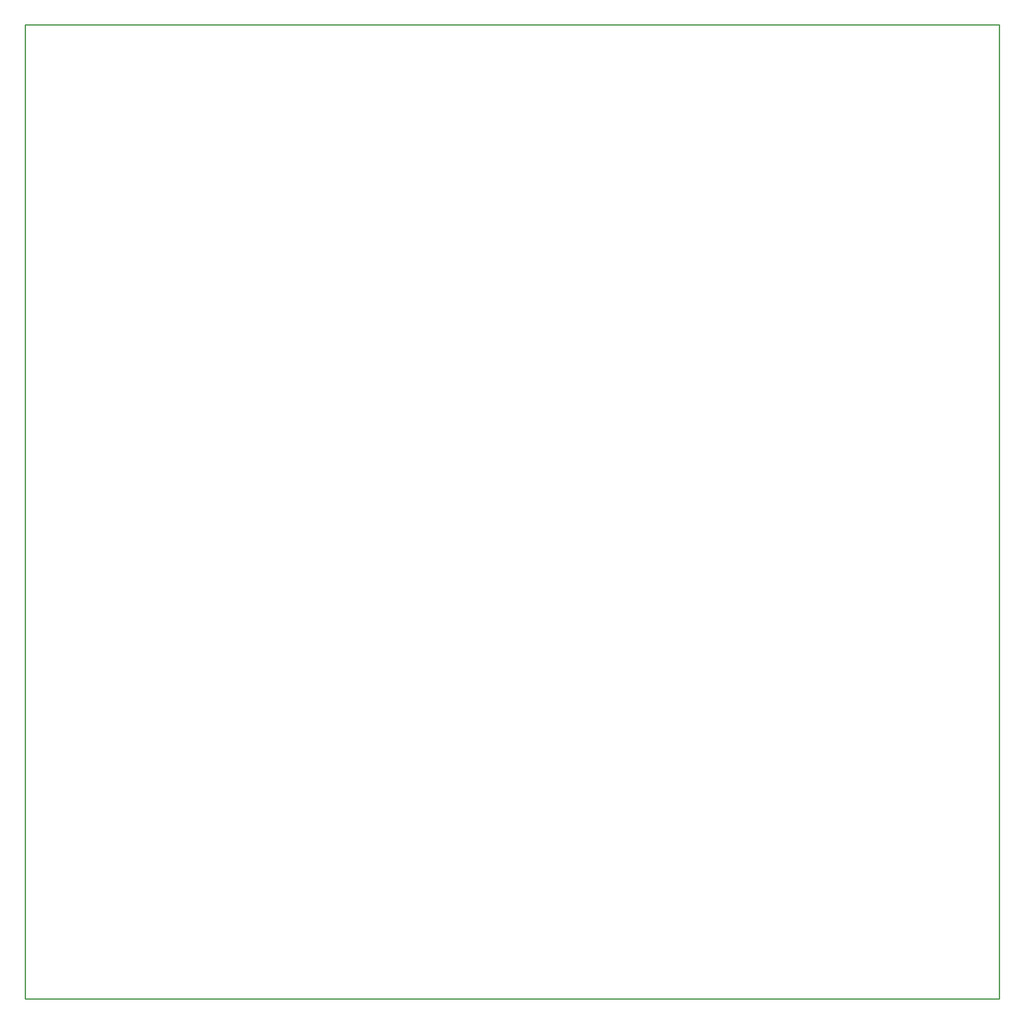
<source format=gbr>
%TF.GenerationSoftware,Altium Limited,Altium Designer,24.5.1 (21)*%
G04 Layer_Color=12566272*
%FSLAX45Y45*%
%MOMM*%
%TF.SameCoordinates,D7596F51-2DA0-4622-90E6-AC5F46AEA47A*%
%TF.FilePolarity,Positive*%
%TF.FileFunction,Other,Badmark*%
%TF.Part,Single*%
G01*
G75*
%TA.AperFunction,NonConductor*%
%ADD65C,0.25400*%
D65*
X0Y0D02*
Y20000000D01*
X20000000D01*
Y0D02*
Y20000000D01*
X0Y0D02*
X20000000D01*
%TF.MD5,14a0f8be9864a0ec1d12e8ba3a9f6599*%
M02*

</source>
